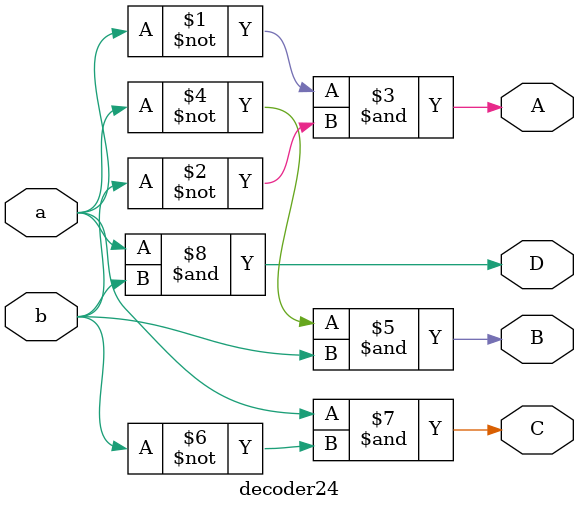
<source format=v>
`timescale 1ns / 1ps


module decoder24(
    input a, b,
    output A, B, C, D
    );
    
    assign A = ~a&~b;
    assign B = ~a&b;
    assign C = a&~b;
    assign D = a&b;
    
endmodule
</source>
